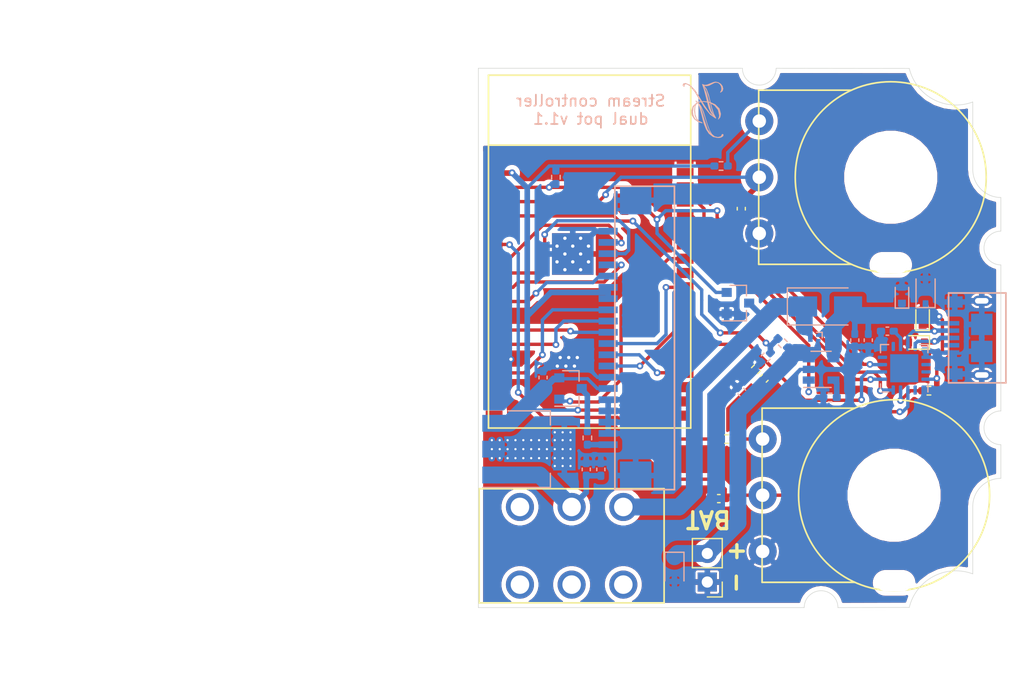
<source format=kicad_pcb>
(kicad_pcb (version 20171130) (host pcbnew "(5.1.9-0-10_14)")
  (layers (0 F.Cu signal) (31 B.Cu signal) (34 B.Paste user) (35 F.Paste user) (36 B.SilkS user) (37 F.SilkS user) (38 B.Mask user) (39 F.Mask user) (44 Edge.Cuts user))
  (net 0 "")
  (net 1 VDD)
  (net 2 GND)
  (net 3 "Net-(C2-Pad2)")
  (net 4 3V3)
  (net 5 "Net-(C4-Pad1)")
  (net 6 USB_D-)
  (net 7 USB_D+)
  (net 8 "Net-(J_TFT1-Pad20)")
  (net 9 TFT_CS)
  (net 10 TFT_DC)
  (net 11 TFT_SCL)
  (net 12 TFT_MISO)
  (net 13 TFT_MOSI)
  (net 14 TFT_XR)
  (net 15 TFT_YU)
  (net 16 TFT_XL)
  (net 17 TFT_YD)
  (net 18 "Net-(R1-Pad1)")
  (net 19 "Net-(R2-Pad1)")
  (net 20 EN)
  (net 21 VBAT_MON)
  (net 22 TXD0)
  (net 23 RXD0)
  (net 24 BAT_CHRG)
  (net 25 "Net-(D2-Pad1)")
  (net 26 POT2)
  (net 27 POT1)
  (net 28 /VBAT)
  (net 29 FLASH)
  (net 30 "Net-(SW1-Pad1)")
  (net 31 "Net-(R6-Pad2)")
  (net 32 "Net-(R7-Pad2)")
  (net 33 LED_PWM)
  (net 34 "Net-(Q2-Pad3)")
  (net 35 TFT_RESET)
  (module Connector_PinHeader_2.54mm:PinHeader_1x02_P2.54mm_Vertical (layer F.Cu) (at 62.875 51.725 180)
    (fp_text reference J_BAT1 hide)
    (fp_text value Conn_01x02_Female)
    (pad 2 thru_hole oval (at 0 2.54 180) (size 1.7 1.7) (drill 1) (layers *.Cu *.Mask) (net 28 /VBAT))
    (pad 1 thru_hole rect (at 0 0 180) (size 1.7 1.7) (drill 1) (layers *.Cu *.Mask) (net 2 GND))
  )
  (module Diode_SMD:D_SOD-323F (layer B.Cu) (at 59.95 50.575 270)
    (fp_text reference D6 hide)
    (fp_text value 5.42V)
    (pad 2 smd rect (at 1.1 0 270) (size 0.5 0.5) (layers B.Cu B.Paste B.Mask) (net 2 GND))
    (pad 1 smd rect (at -1.1 0 270) (size 0.5 0.5) (layers B.Cu B.Paste B.Mask) (net 28 /VBAT))
  )
  (module Package_TO_SOT_SMD:SOT-23 (layer B.Cu) (at 50.7 34.5)
    (fp_text reference Q2 hide)
    (fp_text value Q_PMOS_GDS)
    (pad 3 smd rect (at 1 0) (size 0.9 0.8) (layers B.Cu B.Paste B.Mask) (net 34 "Net-(Q2-Pad3)"))
    (pad 2 smd rect (at -1 -0.95) (size 0.9 0.8) (layers B.Cu B.Paste B.Mask) (net 4 3V3))
    (pad 1 smd rect (at -1 0.95) (size 0.9 0.8) (layers B.Cu B.Paste B.Mask) (net 33 LED_PWM))
  )
  (module Resistor_SMD:R_0402_1005Metric_Pad0.72x0.64mm_HandSolder (layer F.Cu) (at 67.2 32.8 45)
    (fp_text reference R8 hide)
    (fp_text value "10k 5%")
    (pad 2 smd roundrect (at 0.5975 0 45) (size 0.715 0.64) (layers F.Cu F.Paste F.Mask) (net 29 FLASH))
    (pad 1 smd roundrect (at -0.5975 0 45) (size 0.715 0.64) (layers F.Cu F.Paste F.Mask) (net 4 3V3))
  )
  (module Capacitor_SMD:C_0402_1005Metric_Pad0.74x0.62mm_HandSolder (layer F.Cu) (at 67.95 33.6 225)
    (fp_text reference C10 hide)
    (fp_text value "100nF 25V")
    (pad 2 smd roundrect (at 0.5675 0 225) (size 0.735 0.62) (layers F.Cu F.Paste F.Mask) (net 2 GND))
    (pad 1 smd roundrect (at -0.5675 0 225) (size 0.735 0.62) (layers F.Cu F.Paste F.Mask) (net 29 FLASH))
  )
  (module misc_vp:logo_5mm (layer B.Cu) (at 62.5 9.7 180)
    (fp_text reference G*** hide)
    (fp_text value LOGO hide)
  )
  (module Diode_SMD:D_SOD-523 (layer B.Cu) (at 80.2 26.2 90)
    (fp_text reference D5 hide)
    (fp_text value D_TVS)
    (pad 1 smd rect (at -0.7 0 270) (size 0.6 0.7) (layers B.Cu B.Paste B.Mask) (net 1 VDD))
    (pad 2 smd rect (at 0.7 0 270) (size 0.6 0.7) (layers B.Cu B.Paste B.Mask) (net 2 GND))
  )
  (module Diode_SMD:D_SOD-523 (layer F.Cu) (at 81.5 30.4 180)
    (fp_text reference D4 hide)
    (fp_text value D_TVS)
    (pad 1 smd rect (at -0.7 0) (size 0.6 0.7) (layers F.Cu F.Paste F.Mask) (net 7 USB_D+))
    (pad 2 smd rect (at 0.7 0) (size 0.6 0.7) (layers F.Cu F.Paste F.Mask) (net 2 GND))
  )
  (module Diode_SMD:D_SOD-523 (layer F.Cu) (at 82.038 28.19 90)
    (fp_text reference D3 hide)
    (fp_text value D_TVS)
    (pad 1 smd rect (at -0.7 0 270) (size 0.6 0.7) (layers F.Cu F.Paste F.Mask) (net 6 USB_D-))
    (pad 2 smd rect (at 0.7 0 270) (size 0.6 0.7) (layers F.Cu F.Paste F.Mask) (net 2 GND))
  )
  (module Package_DFN_QFN:QFN-16-1EP_4x4mm_P0.65mm_EP2.5x2.5mm (layer B.Cu) (at 80.4 32.7 90)
    (fp_text reference U2 hide)
    (fp_text value MCP2221AxSL)
    (pad 17 smd rect (at 0 0 90) (size 2.5 2.5) (layers B.Cu B.Mask))
    (pad 16 smd roundrect (at -0.975 1.9375 90) (size 0.3 0.825) (layers B.Cu B.Paste B.Mask) (net 1 VDD))
    (pad 15 smd roundrect (at -0.325 1.9375 90) (size 0.3 0.825) (layers B.Cu B.Paste B.Mask))
    (pad 14 smd roundrect (at 0.325 1.9375 90) (size 0.3 0.825) (layers B.Cu B.Paste B.Mask))
    (pad 13 smd roundrect (at 0.975 1.9375 90) (size 0.3 0.825) (layers B.Cu B.Paste B.Mask) (net 2 GND))
    (pad 12 smd roundrect (at 1.9375 0.975 90) (size 0.825 0.3) (layers B.Cu B.Paste B.Mask) (net 7 USB_D+))
    (pad 11 smd roundrect (at 1.9375 0.325 90) (size 0.825 0.3) (layers B.Cu B.Paste B.Mask) (net 6 USB_D-))
    (pad 10 smd roundrect (at 1.9375 -0.325 90) (size 0.825 0.3) (layers B.Cu B.Paste B.Mask) (net 3 "Net-(C2-Pad2)"))
    (pad 9 smd roundrect (at 1.9375 -0.975 90) (size 0.825 0.3) (layers B.Cu B.Paste B.Mask))
    (pad 8 smd roundrect (at 0.975 -1.9375 90) (size 0.3 0.825) (layers B.Cu B.Paste B.Mask))
    (pad 7 smd roundrect (at 0.325 -1.9375 90) (size 0.3 0.825) (layers B.Cu B.Paste B.Mask) (net 20 EN))
    (pad 6 smd roundrect (at -0.325 -1.9375 90) (size 0.3 0.825) (layers B.Cu B.Paste B.Mask) (net 29 FLASH))
    (pad 5 smd roundrect (at -0.975 -1.9375 90) (size 0.3 0.825) (layers B.Cu B.Paste B.Mask) (net 23 RXD0))
    (pad 4 smd roundrect (at -1.9375 -0.975 90) (size 0.825 0.3) (layers B.Cu B.Paste B.Mask) (net 22 TXD0))
    (pad 3 smd roundrect (at -1.9375 -0.325 90) (size 0.825 0.3) (layers B.Cu B.Paste B.Mask) (net 18 "Net-(R1-Pad1)"))
    (pad 2 smd roundrect (at -1.9375 0.325 90) (size 0.825 0.3) (layers B.Cu B.Paste B.Mask) (net 26 POT2))
    (pad 1 smd roundrect (at -1.9375 0.975 90) (size 0.825 0.3) (layers B.Cu B.Paste B.Mask))
  )
  (module Resistor_SMD:R_0402_1005Metric_Pad0.72x0.64mm_HandSolder (layer F.Cu) (at 64.6 39)
    (fp_text reference R7 hide)
    (fp_text value "2k 1%")
    (pad 2 smd roundrect (at 0.5975 0) (size 0.715 0.64) (layers F.Cu F.Paste F.Mask) (net 32 "Net-(R7-Pad2)"))
    (pad 1 smd roundrect (at -0.5975 0) (size 0.715 0.64) (layers F.Cu F.Paste F.Mask) (net 4 3V3))
  )
  (module Resistor_SMD:R_0402_1005Metric_Pad0.72x0.64mm_HandSolder (layer B.Cu) (at 64.1 14.7)
    (fp_text reference R6 hide)
    (fp_text value "2k 1%")
    (pad 2 smd roundrect (at 0.5975 0) (size 0.715 0.64) (layers B.Cu B.Paste B.Mask) (net 31 "Net-(R6-Pad2)"))
    (pad 1 smd roundrect (at -0.5975 0) (size 0.715 0.64) (layers B.Cu B.Paste B.Mask) (net 4 3V3))
  )
  (module misc_vp:P160KNPD-4FC20B (layer F.Cu) (at 79.2 15.7 270)
    (fp_text reference RV2 hide)
    (fp_text value R_POT)
    (pad 3 thru_hole circle (at 5 11.7 270) (size 2.5 2.5) (drill 1.2) (layers *.Cu *.Mask) (net 2 GND))
    (pad 2 thru_hole circle (at 0 11.7 270) (size 2.5 2.5) (drill 1.2) (layers *.Cu *.Mask) (net 27 POT1))
    (pad "" np_thru_hole oval (at 7.8 0 270) (size 1.5 3) (drill oval 1.5 3) (layers *.Cu *.Mask))
    (pad "" np_thru_hole circle (at 0 0 270) (size 7.5 7.5) (drill 7.5) (layers *.Cu *.Mask))
    (pad 1 thru_hole circle (at -5 11.7 270) (size 2.5 2.5) (drill 1.2) (layers *.Cu *.Mask) (net 31 "Net-(R6-Pad2)"))
  )
  (module misc_vp:P160KNPD-4FC20B (layer F.Cu) (at 79.5 44 270)
    (fp_text reference RV1 hide)
    (fp_text value R_POT)
    (pad 3 thru_hole circle (at 5 11.7 270) (size 2.5 2.5) (drill 1.2) (layers *.Cu *.Mask) (net 2 GND))
    (pad 2 thru_hole circle (at 0 11.7 270) (size 2.5 2.5) (drill 1.2) (layers *.Cu *.Mask) (net 26 POT2))
    (pad "" np_thru_hole oval (at 7.8 0 270) (size 1.5 3) (drill oval 1.5 3) (layers *.Cu *.Mask))
    (pad "" np_thru_hole circle (at 0 0 270) (size 7.5 7.5) (drill 7.5) (layers *.Cu *.Mask))
    (pad 1 thru_hole circle (at -5 11.7 270) (size 2.5 2.5) (drill 1.2) (layers *.Cu *.Mask) (net 32 "Net-(R7-Pad2)"))
  )
  (module misc_vp:GF-126-0331 (layer F.Cu) (at 50.8 48.5)
    (fp_text reference SW1 hide)
    (fp_text value SW_SPDT)
    (pad 2 thru_hole circle (at 0 3.455) (size 2.5 2.5) (drill 1.65) (layers *.Cu *.Mask) (net 5 "Net-(C4-Pad1)"))
    (pad 1 thru_hole circle (at -4.6 3.455) (size 2.5 2.5) (drill 1.65) (layers *.Cu *.Mask) (net 30 "Net-(SW1-Pad1)"))
    (pad 3 thru_hole circle (at 4.6 3.455) (size 2.5 2.5) (drill 1.65) (layers *.Cu *.Mask) (net 25 "Net-(D2-Pad1)"))
    (pad 3 thru_hole circle (at 4.6 -3.455) (size 2.5 2.5) (drill 1.65) (layers *.Cu *.Mask) (net 25 "Net-(D2-Pad1)"))
    (pad 2 thru_hole circle (at 0 -3.455) (size 2.5 2.5) (drill 1.65) (layers *.Cu *.Mask) (net 5 "Net-(C4-Pad1)"))
    (pad 1 thru_hole circle (at -4.6 -3.455) (size 2.5 2.5) (drill 1.65) (layers *.Cu *.Mask) (net 30 "Net-(SW1-Pad1)"))
  )
  (module Resistor_SMD:R_0402_1005Metric_Pad0.72x0.64mm_HandSolder (layer B.Cu) (at 52.2 38.9 270)
    (fp_text reference R_TFT1 hide)
    (fp_text value "2R 5%")
    (pad 1 smd roundrect (at -0.5975 0 270) (size 0.715 0.64) (layers B.Cu B.Paste B.Mask) (net 34 "Net-(Q2-Pad3)"))
    (pad 2 smd roundrect (at 0.5975 0 270) (size 0.715 0.64) (layers B.Cu B.Paste B.Mask) (net 8 "Net-(J_TFT1-Pad20)"))
  )
  (module misc_vp:ESP32-WROVER-E (layer F.Cu) (at 52.4 25.49)
    (fp_text reference U5 hide)
    (fp_text value ESP32_WROVER_E)
    (pad 39 smd rect (at -1.5 -2.96) (size 3.7 3.7) (layers F.Cu) (net 2 GND))
    (pad 39 thru_hole circle (at -0.8 -1.56) (size 0.4 0.4) (drill 0.3) (layers *.Cu) (net 2 GND))
    (pad 39 thru_hole circle (at -0.8 -2.96) (size 0.4 0.4) (drill 0.3) (layers *.Cu) (net 2 GND))
    (pad 39 thru_hole circle (at -2.2 -1.56) (size 0.4 0.4) (drill 0.3) (layers *.Cu) (net 2 GND))
    (pad 39 thru_hole circle (at -2.2 -2.96) (size 0.4 0.4) (drill 0.3) (layers *.Cu) (net 2 GND))
    (pad 39 thru_hole circle (at -0.8 -4.36) (size 0.4 0.4) (drill 0.3) (layers *.Cu) (net 2 GND))
    (pad 39 thru_hole circle (at -2.2 -4.36) (size 0.4 0.4) (drill 0.3) (layers *.Cu) (net 2 GND))
    (pad 39 thru_hole circle (at -0.1 -3.66) (size 0.4 0.4) (drill 0.3) (layers *.Cu) (net 2 GND))
    (pad 39 thru_hole circle (at -1.5 -3.66) (size 0.4 0.4) (drill 0.3) (layers *.Cu) (net 2 GND))
    (pad 39 thru_hole circle (at -2.9 -3.66) (size 0.4 0.4) (drill 0.3) (layers *.Cu) (net 2 GND))
    (pad 39 thru_hole circle (at -0.1 -2.26) (size 0.4 0.4) (drill 0.3) (layers *.Cu) (net 2 GND))
    (pad 39 thru_hole circle (at -1.5 -2.26) (size 0.4 0.4) (drill 0.3) (layers *.Cu) (net 2 GND))
    (pad 39 thru_hole circle (at -2.9 -2.26) (size 0.4 0.4) (drill 0.3) (layers *.Cu) (net 2 GND))
    (pad 1 smd rect (at -8.5 -11.43) (size 1.5 0.9) (layers F.Cu F.Paste F.Mask) (net 2 GND))
    (pad 39 smd rect (at -1.5 -2.96) (size 3.7 3.7) (layers B.Cu) (net 2 GND))
    (pad 2 smd rect (at -8.5 -10.16) (size 1.5 0.9) (layers F.Cu F.Paste F.Mask) (net 4 3V3))
    (pad 3 smd rect (at -8.5 -8.89) (size 1.5 0.9) (layers F.Cu F.Paste F.Mask) (net 20 EN))
    (pad 4 smd rect (at -8.5 -7.62) (size 1.5 0.9) (layers F.Cu F.Paste F.Mask) (net 27 POT1))
    (pad 5 smd rect (at -8.5 -6.35) (size 1.5 0.9) (layers F.Cu F.Paste F.Mask) (net 21 VBAT_MON))
    (pad 6 smd rect (at -8.5 -5.08) (size 1.5 0.9) (layers F.Cu F.Paste F.Mask))
    (pad 7 smd rect (at -8.5 -3.81) (size 1.5 0.9) (layers F.Cu F.Paste F.Mask) (net 26 POT2))
    (pad 8 smd rect (at -8.5 -2.54) (size 1.5 0.9) (layers F.Cu F.Paste F.Mask) (net 17 TFT_YD))
    (pad 9 smd rect (at -8.5 -1.27) (size 1.5 0.9) (layers F.Cu F.Paste F.Mask) (net 16 TFT_XL))
    (pad 10 smd rect (at -8.5 0) (size 1.5 0.9) (layers F.Cu F.Paste F.Mask) (net 15 TFT_YU))
    (pad 11 smd rect (at -8.5 1.27) (size 1.5 0.9) (layers F.Cu F.Paste F.Mask) (net 14 TFT_XR))
    (pad 12 smd rect (at -8.5 2.54) (size 1.5 0.9) (layers F.Cu F.Paste F.Mask))
    (pad 13 smd rect (at -8.5 3.81) (size 1.5 0.9) (layers F.Cu F.Paste F.Mask) (net 11 TFT_SCL))
    (pad 14 smd rect (at -8.5 5.08) (size 1.5 0.9) (layers F.Cu F.Paste F.Mask) (net 12 TFT_MISO))
    (pad 15 smd rect (at -8.5 6.35) (size 1.5 0.9) (layers F.Cu F.Paste F.Mask) (net 2 GND))
    (pad 16 smd rect (at -8.5 7.62) (size 1.5 0.9) (layers F.Cu F.Paste F.Mask) (net 13 TFT_MOSI))
    (pad 17 smd rect (at -8.5 8.89) (size 1.5 0.9) (layers F.Cu F.Paste F.Mask))
    (pad 18 smd rect (at -8.5 10.16) (size 1.5 0.9) (layers F.Cu F.Paste F.Mask))
    (pad 19 smd rect (at -8.5 11.43) (size 1.5 0.9) (layers F.Cu F.Paste F.Mask))
    (pad 20 smd rect (at 8.5 11.43) (size 1.5 0.9) (layers F.Cu F.Paste F.Mask))
    (pad 21 smd rect (at 8.5 10.16) (size 1.5 0.9) (layers F.Cu F.Paste F.Mask))
    (pad 22 smd rect (at 8.5 8.89) (size 1.5 0.9) (layers F.Cu F.Paste F.Mask))
    (pad 23 smd rect (at 8.5 7.62) (size 1.5 0.9) (layers F.Cu F.Paste F.Mask) (net 9 TFT_CS))
    (pad 24 smd rect (at 8.5 6.35) (size 1.5 0.9) (layers F.Cu F.Paste F.Mask))
    (pad 25 smd rect (at 8.5 5.08) (size 1.5 0.9) (layers F.Cu F.Paste F.Mask) (net 29 FLASH))
    (pad 26 smd rect (at 8.5 3.81) (size 1.5 0.9) (layers F.Cu F.Paste F.Mask) (net 35 TFT_RESET))
    (pad 27 smd rect (at 8.5 2.54) (size 1.5 0.9) (layers F.Cu F.Paste F.Mask))
    (pad 28 smd rect (at 8.5 1.27) (size 1.5 0.9) (layers F.Cu F.Paste F.Mask))
    (pad 29 smd rect (at 8.5 0) (size 1.5 0.9) (layers F.Cu F.Paste F.Mask) (net 10 TFT_DC))
    (pad 30 smd rect (at 8.5 -1.27) (size 1.5 0.9) (layers F.Cu F.Paste F.Mask))
    (pad 31 smd rect (at 8.5 -2.54) (size 1.5 0.9) (layers F.Cu F.Paste F.Mask) (net 33 LED_PWM))
    (pad 32 smd rect (at 8.5 -3.81) (size 1.5 0.9) (layers F.Cu F.Paste F.Mask))
    (pad 33 smd rect (at 8.5 -5.08) (size 1.5 0.9) (layers F.Cu F.Paste F.Mask) (net 24 BAT_CHRG))
    (pad 34 smd rect (at 8.5 -6.35) (size 1.5 0.9) (layers F.Cu F.Paste F.Mask) (net 23 RXD0))
    (pad 35 smd rect (at 8.5 -7.62) (size 1.5 0.9) (layers F.Cu F.Paste F.Mask) (net 22 TXD0))
    (pad 36 smd rect (at 8.5 -8.89) (size 1.5 0.9) (layers F.Cu F.Paste F.Mask))
    (pad 37 smd rect (at 8.5 -10.16) (size 1.5 0.9) (layers F.Cu F.Paste F.Mask))
    (pad 38 smd rect (at 8.5 -11.43) (size 1.5 0.9) (layers F.Cu F.Paste F.Mask) (net 2 GND))
  )
  (module Resistor_SMD:R_0402_1005Metric_Pad0.72x0.64mm_HandSolder (layer B.Cu) (at 69.592 30.476 315)
    (fp_text reference R5 hide)
    (fp_text value "10k 1%")
    (pad 2 smd roundrect (at 0.5975 0 315) (size 0.715 0.64) (layers B.Cu B.Paste B.Mask) (net 28 /VBAT))
    (pad 1 smd roundrect (at -0.5975 0 315) (size 0.715 0.64) (layers B.Cu B.Paste B.Mask) (net 21 VBAT_MON))
  )
  (module Resistor_SMD:R_0402_1005Metric_Pad0.72x0.64mm_HandSolder (layer B.Cu) (at 49.4 15.7 270)
    (fp_text reference R3 hide)
    (fp_text value "100k 5%")
    (pad 2 smd roundrect (at 0.5975 0 270) (size 0.715 0.64) (layers B.Cu B.Paste B.Mask) (net 20 EN))
    (pad 1 smd roundrect (at -0.5975 0 270) (size 0.715 0.64) (layers B.Cu B.Paste B.Mask) (net 4 3V3))
  )
  (module Capacitor_SMD:C_0402_1005Metric_Pad0.74x0.62mm_HandSolder (layer F.Cu) (at 65.9 18.5 270)
    (fp_text reference C9 hide)
    (fp_text value "4.7uF 10V")
    (pad 2 smd roundrect (at 0.5675 0 270) (size 0.735 0.62) (layers F.Cu F.Paste F.Mask) (net 2 GND))
    (pad 1 smd roundrect (at -0.5675 0 270) (size 0.735 0.62) (layers F.Cu F.Paste F.Mask) (net 27 POT1))
  )
  (module Capacitor_SMD:C_0402_1005Metric_Pad0.74x0.62mm_HandSolder (layer F.Cu) (at 63.9 44.3 180)
    (fp_text reference C8 hide)
    (fp_text value "4.7uF 10V")
    (pad 2 smd roundrect (at 0.5675 0 180) (size 0.735 0.62) (layers F.Cu F.Paste F.Mask) (net 2 GND))
    (pad 1 smd roundrect (at -0.5675 0 180) (size 0.735 0.62) (layers F.Cu F.Paste F.Mask) (net 26 POT2))
  )
  (module misc_vp:10118193-0001LF (layer B.Cu) (at 87.3 30 270)
    (fp_text reference J_USB1 hide)
    (fp_text value USB_B_Micro)
    (pad 6 smd rect (at -1.2 0 270) (size 1.9 1.9) (layers B.Cu B.Paste B.Mask) (net 2 GND))
    (pad 6 thru_hole oval (at 3.3 0 270) (size 0.9 1.6) (drill oval 0.5 1.2) (layers *.Cu *.Mask) (net 2 GND))
    (pad 6 thru_hole oval (at -3.3 0 270) (size 0.9 1.6) (drill oval 0.5 1.2) (layers *.Cu *.Mask) (net 2 GND))
    (pad 5 smd rect (at 1.3 2.675 270) (size 0.4 1.35) (layers B.Cu B.Paste B.Mask) (net 2 GND))
    (pad 4 smd rect (at 0.65 2.675 270) (size 0.4 1.35) (layers B.Cu B.Paste B.Mask))
    (pad 3 smd rect (at 0 2.675 270) (size 0.4 1.35) (layers B.Cu B.Paste B.Mask) (net 7 USB_D+))
    (pad 2 smd rect (at -0.65 2.675 270) (size 0.4 1.35) (layers B.Cu B.Paste B.Mask) (net 6 USB_D-))
    (pad 1 smd rect (at -1.3 2.675 270) (size 0.4 1.35) (layers B.Cu B.Paste B.Mask) (net 1 VDD))
    (pad 6 smd rect (at 3.2 2.4 270) (size 1 1.4) (layers B.Cu B.Paste B.Mask) (net 2 GND))
    (pad 6 smd rect (at -3.2 2.4 270) (size 1 1.4) (layers B.Cu B.Paste B.Mask) (net 2 GND))
    (pad 6 smd rect (at 1.2 0 270) (size 1.9 1.9) (layers B.Cu B.Paste B.Mask) (net 2 GND))
  )
  (module Resistor_SMD:R_0402_1005Metric_Pad0.72x0.64mm_HandSolder (layer B.Cu) (at 68.068 31.746 45)
    (fp_text reference R4 hide)
    (fp_text value "10k 1%")
    (pad 2 smd roundrect (at 0.5975 0 45) (size 0.715 0.64) (layers B.Cu B.Paste B.Mask) (net 21 VBAT_MON))
    (pad 1 smd roundrect (at -0.5975 0 45) (size 0.715 0.64) (layers B.Cu B.Paste B.Mask) (net 2 GND))
  )
  (module Resistor_SMD:R_0402_1005Metric_Pad0.72x0.64mm_HandSolder (layer B.Cu) (at 73.8 35.3 180)
    (fp_text reference R2 hide)
    (fp_text value "2k 1%")
    (pad 2 smd roundrect (at 0.5975 0 180) (size 0.715 0.64) (layers B.Cu B.Paste B.Mask) (net 2 GND))
    (pad 1 smd roundrect (at -0.5975 0 180) (size 0.715 0.64) (layers B.Cu B.Paste B.Mask) (net 19 "Net-(R2-Pad1)"))
  )
  (module Resistor_SMD:R_0402_1005Metric_Pad0.72x0.64mm_HandSolder (layer F.Cu) (at 82.6 34.7)
    (fp_text reference R1 hide)
    (fp_text value "10k 5%")
    (pad 2 smd roundrect (at 0.5975 0) (size 0.715 0.64) (layers F.Cu F.Paste F.Mask) (net 1 VDD))
    (pad 1 smd roundrect (at -0.5975 0) (size 0.715 0.64) (layers F.Cu F.Paste F.Mask) (net 18 "Net-(R1-Pad1)"))
  )
  (module Capacitor_SMD:C_0402_1005Metric_Pad0.74x0.62mm_HandSolder (layer B.Cu) (at 65.95 34.825 135)
    (fp_text reference C7 hide)
    (fp_text value "4.7uF 10V")
    (pad 2 smd roundrect (at 0.5675 0 135) (size 0.735 0.62) (layers B.Cu B.Paste B.Mask) (net 2 GND))
    (pad 1 smd roundrect (at -0.5675 0 135) (size 0.735 0.62) (layers B.Cu B.Paste B.Mask) (net 28 /VBAT))
  )
  (module Capacitor_SMD:C_0402_1005Metric_Pad0.74x0.62mm_HandSolder (layer B.Cu) (at 76 30.2 270)
    (fp_text reference C6 hide)
    (fp_text value "4.7uF 10V")
    (pad 2 smd roundrect (at 0.5675 0 270) (size 0.735 0.62) (layers B.Cu B.Paste B.Mask) (net 2 GND))
    (pad 1 smd roundrect (at -0.5675 0 270) (size 0.735 0.62) (layers B.Cu B.Paste B.Mask) (net 1 VDD))
  )
  (module Capacitor_SMD:C_0402_1005Metric_Pad0.74x0.62mm_HandSolder (layer B.Cu) (at 53.4 41.7 90)
    (fp_text reference C5 hide)
    (fp_text value "4.7uF 10V")
    (pad 2 smd roundrect (at 0.5675 0 90) (size 0.735 0.62) (layers B.Cu B.Paste B.Mask) (net 2 GND))
    (pad 1 smd roundrect (at -0.5675 0 90) (size 0.735 0.62) (layers B.Cu B.Paste B.Mask) (net 5 "Net-(C4-Pad1)"))
  )
  (module Capacitor_SMD:C_0402_1005Metric_Pad0.74x0.62mm_HandSolder (layer B.Cu) (at 52.1 41.7 90)
    (fp_text reference C4 hide)
    (fp_text value "100nF 25V")
    (pad 2 smd roundrect (at 0.5675 0 90) (size 0.735 0.62) (layers B.Cu B.Paste B.Mask) (net 2 GND))
    (pad 1 smd roundrect (at -0.5675 0 90) (size 0.735 0.62) (layers B.Cu B.Paste B.Mask) (net 5 "Net-(C4-Pad1)"))
  )
  (module Capacitor_SMD:C_0402_1005Metric_Pad0.74x0.62mm_HandSolder (layer B.Cu) (at 48.256 33.524 90)
    (fp_text reference C3 hide)
    (fp_text value "4.7uF 10V")
    (pad 1 smd roundrect (at -0.5675 0 90) (size 0.735 0.62) (layers B.Cu B.Paste B.Mask) (net 4 3V3))
    (pad 2 smd roundrect (at 0.5675 0 90) (size 0.735 0.62) (layers B.Cu B.Paste B.Mask) (net 2 GND))
  )
  (module Capacitor_SMD:C_0402_1005Metric_Pad0.74x0.62mm_HandSolder (layer B.Cu) (at 78.9 29.4)
    (fp_text reference C2 hide)
    (fp_text value "0.47uF 10V")
    (pad 1 smd roundrect (at -0.5675 0) (size 0.735 0.62) (layers B.Cu B.Paste B.Mask) (net 2 GND))
    (pad 2 smd roundrect (at 0.5675 0) (size 0.735 0.62) (layers B.Cu B.Paste B.Mask) (net 3 "Net-(C2-Pad2)"))
  )
  (module Capacitor_SMD:C_0402_1005Metric_Pad0.74x0.62mm_HandSolder (layer B.Cu) (at 77.2 30.2 90)
    (fp_text reference C1 hide)
    (fp_text value "100nF 25V")
    (pad 2 smd roundrect (at 0.5675 0 90) (size 0.735 0.62) (layers B.Cu B.Paste B.Mask) (net 1 VDD))
    (pad 1 smd roundrect (at -0.5675 0 90) (size 0.735 0.62) (layers B.Cu B.Paste B.Mask) (net 2 GND))
  )
  (module Package_TO_SOT_SMD:SOT-223 (layer B.Cu) (at 47 39.9)
    (fp_text reference U1 hide)
    (fp_text value MCP1825S)
    (pad 4 smd rect (at 3.15 0) (size 2 3.8) (layers B.Cu B.Paste B.Mask) (net 2 GND))
    (pad 2 smd rect (at -3.15 0) (size 2 1.5) (layers B.Cu B.Paste B.Mask) (net 2 GND))
    (pad 3 smd rect (at -3.15 -2.3) (size 2 1.5) (layers B.Cu B.Paste B.Mask) (net 4 3V3))
    (pad 1 smd rect (at -3.15 2.3) (size 2 1.5) (layers B.Cu B.Paste B.Mask) (net 5 "Net-(C4-Pad1)"))
  )
  (module Package_TO_SOT_SMD:SOT-23 (layer B.Cu) (at 65.6 26.9)
    (fp_text reference U6 hide)
    (fp_text value MIC803)
    (pad 1 smd rect (at -1 0.95) (size 0.9 0.8) (layers B.Cu B.Paste B.Mask) (net 2 GND))
    (pad 2 smd rect (at -1 -0.95) (size 0.9 0.8) (layers B.Cu B.Paste B.Mask) (net 20 EN))
    (pad 3 smd rect (at 1 0) (size 0.9 0.8) (layers B.Cu B.Paste B.Mask) (net 25 "Net-(D2-Pad1)"))
  )
  (module Package_TO_SOT_SMD:SOT-23-5 (layer B.Cu) (at 73 32.8)
    (fp_text reference U3 hide)
    (fp_text value MCP73831-2-OT)
    (pad 5 smd rect (at 1.1 0.95) (size 1.06 0.65) (layers B.Cu B.Paste B.Mask) (net 19 "Net-(R2-Pad1)"))
    (pad 4 smd rect (at 1.1 -0.95) (size 1.06 0.65) (layers B.Cu B.Paste B.Mask) (net 1 VDD))
    (pad 3 smd rect (at -1.1 -0.95) (size 1.06 0.65) (layers B.Cu B.Paste B.Mask) (net 28 /VBAT))
    (pad 2 smd rect (at -1.1 0) (size 1.06 0.65) (layers B.Cu B.Paste B.Mask) (net 2 GND))
    (pad 1 smd rect (at -1.1 0.95) (size 1.06 0.65) (layers B.Cu B.Paste B.Mask) (net 24 BAT_CHRG))
  )
  (module Package_DFN_QFN:Diodes_DFN1006-3 (layer B.Cu) (at 72.4 30 180)
    (fp_text reference Q1 hide)
    (fp_text value Q_PMOS_GDS)
    (pad 1 smd rect (at -0.35 0.225 270) (size 0.25 0.4) (layers B.Cu B.Paste B.Mask) (net 1 VDD))
    (pad 2 smd rect (at -0.35 -0.225 270) (size 0.25 0.4) (layers B.Cu B.Paste B.Mask) (net 28 /VBAT))
    (pad 3 smd rect (at 0.35 0 270) (size 0.7 0.4) (layers B.Cu B.Paste B.Mask) (net 25 "Net-(D2-Pad1)"))
  )
  (module misc_vp:FFC3B11-20-T (layer B.Cu) (at 55 30 270)
    (fp_text reference J_TFT1 hide)
    (fp_text value Conn_01x20_Female)
    (pad 1 smd rect (at -9.5 0.95 270) (size 0.6 1.7) (layers B.Cu B.Paste B.Mask) (net 2 GND))
    (pad 2 smd rect (at -8.5 0.95 270) (size 0.6 1.7) (layers B.Cu B.Paste B.Mask) (net 17 TFT_YD))
    (pad 3 smd rect (at -7.5 0.95 270) (size 0.6 1.7) (layers B.Cu B.Paste B.Mask) (net 16 TFT_XL))
    (pad 4 smd rect (at -6.5 0.95 270) (size 0.6 1.7) (layers B.Cu B.Paste B.Mask) (net 15 TFT_YU))
    (pad 5 smd rect (at -5.5 0.95 270) (size 0.6 1.7) (layers B.Cu B.Paste B.Mask) (net 14 TFT_XR))
    (pad 6 smd rect (at -4.5 0.95 270) (size 0.6 1.7) (layers B.Cu B.Paste B.Mask) (net 4 3V3))
    (pad 7 smd rect (at -3.5 0.95 270) (size 0.6 1.7) (layers B.Cu B.Paste B.Mask) (net 4 3V3))
    (pad 8 smd rect (at -2.5 0.95 270) (size 0.6 1.7) (layers B.Cu B.Paste B.Mask) (net 13 TFT_MOSI))
    (pad 9 smd rect (at -1.5 0.95 270) (size 0.6 1.7) (layers B.Cu B.Paste B.Mask) (net 12 TFT_MISO))
    (pad 10 smd rect (at -0.5 0.95 270) (size 0.6 1.7) (layers B.Cu B.Paste B.Mask) (net 11 TFT_SCL))
    (pad 11 smd rect (at 0.5 0.95 270) (size 0.6 1.7) (layers B.Cu B.Paste B.Mask) (net 10 TFT_DC))
    (pad 12 smd rect (at 1.5 0.95 270) (size 0.6 1.7) (layers B.Cu B.Paste B.Mask) (net 9 TFT_CS))
    (pad 13 smd rect (at 2.5 0.95 270) (size 0.6 1.7) (layers B.Cu B.Paste B.Mask) (net 35 TFT_RESET))
    (pad 14 smd rect (at 3.5 0.95 270) (size 0.6 1.7) (layers B.Cu B.Paste B.Mask) (net 2 GND))
    (pad 15 smd rect (at 4.5 0.95 270) (size 0.6 1.7) (layers B.Cu B.Paste B.Mask) (net 4 3V3))
    (pad 16 smd rect (at 5.5 0.95 270) (size 0.6 1.7) (layers B.Cu B.Paste B.Mask) (net 2 GND))
    (pad 17 smd rect (at 6.5 0.95 270) (size 0.6 1.7) (layers B.Cu B.Paste B.Mask) (net 2 GND))
    (pad 18 smd rect (at 7.5 0.95 270) (size 0.6 1.7) (layers B.Cu B.Paste B.Mask) (net 2 GND))
    (pad 19 smd rect (at 8.5 0.95 270) (size 0.6 1.7) (layers B.Cu B.Paste B.Mask) (net 2 GND))
    (pad 20 smd rect (at 9.5 0.95 270) (size 0.6 1.7) (layers B.Cu B.Paste B.Mask) (net 8 "Net-(J_TFT1-Pad20)"))
    (pad NC smd rect (at -12.25 -1.5 270) (size 2.5 2.8) (layers B.Cu B.Paste B.Mask) (net 2 GND))
    (pad NC smd rect (at 12.25 -1.5 270) (size 2.5 2.8) (layers B.Cu B.Paste B.Mask) (net 2 GND))
  )
  (module Diode_SMD:D_SMA (layer B.Cu) (at 73.4 27.2)
    (fp_text reference D2 hide)
    (fp_text value D_Schottky)
    (pad 2 smd rect (at 2 0) (size 2.5 1.8) (layers B.Cu B.Paste B.Mask) (net 1 VDD))
    (pad 1 smd rect (at -2 0) (size 2.5 1.8) (layers B.Cu B.Paste B.Mask) (net 25 "Net-(D2-Pad1)"))
  )
  (module Diode_SMD:D_SOD-323F (layer B.Cu) (at 82.3 25.8 90)
    (fp_text reference D1 hide)
    (fp_text value 5.42V)
    (pad 2 smd rect (at 1.1 0 90) (size 0.5 0.5) (layers B.Cu B.Paste B.Mask) (net 2 GND))
    (pad 1 smd rect (at -1.1 0 90) (size 0.5 0.5) (layers B.Cu B.Paste B.Mask) (net 1 VDD))
  )
  (gr_text - (at 65.35 51.775 90) (layer F.SilkS) (effects (font (size 1.5 1.5) (thickness 0.3))))
  (gr_text BAT (at 62.975 46.15 180) (layer F.SilkS) (effects (font (size 1.5 1.5) (thickness 0.3))))
  (gr_text + (at 65.4 48.975 90) (layer F.SilkS) (effects (font (size 1.5 1.5) (thickness 0.3))))
  (gr_text "Stream controller\ndual pot v1.1" (at 52.5 9.7) (layer B.SilkS) (effects (font (size 1 1)) (justify mirror)))
  (gr_line (start 80.850532 53.984168) (end 74.5 54) (layer Edge.Cuts) (width 0.05))
  (gr_arc (start 73 54) (end 74.5 54) (angle -180) (layer Edge.Cuts) (width 0.05))
  (gr_arc (start 67.5 6) (end 66 6) (angle -180) (layer Edge.Cuts) (width 0.05))
  (gr_line (start 80.850532 6.015832) (end 69 6) (layer Edge.Cuts) (width 0.05))
  (gr_arc (start 85 55) (end 86.5 51) (angle -96.8) (layer Edge.Cuts) (width 0.05))
  (gr_arc (start 85 5) (end 86.5 9) (angle 96.8) (layer Edge.Cuts) (width 0.05))
  (gr_arc (start 89 38) (end 89 36.5) (angle -180) (layer Edge.Cuts) (width 0.05))
  (gr_arc (start 89 22) (end 89 20.5) (angle -180) (layer Edge.Cuts) (width 0.05))
  (gr_arc (start 89 45) (end 89 42.5) (angle -90) (layer Edge.Cuts) (width 0.05))
  (gr_line (start 89 39.5) (end 89 42.5) (layer Edge.Cuts) (width 0.05))
  (gr_arc (start 89 15) (end 89 17.5) (angle 90) (layer Edge.Cuts) (width 0.05))
  (gr_line (start 89 20.5) (end 89 17.5) (layer Edge.Cuts) (width 0.05))
  (gr_line (start 86.5 45) (end 86.5 51) (layer Edge.Cuts) (width 0.05))
  (gr_line (start 42.5 6) (end 42.5 54) (layer Edge.Cuts) (width 0.05))
  (gr_line (start 89 36.5) (end 89 23.5) (layer Edge.Cuts) (width 0.05))
  (gr_line (start 42.5 6) (end 66 6) (layer Edge.Cuts) (width 0.05))
  (gr_line (start 86.5 9) (end 86.5 15) (layer Edge.Cuts) (width 0.05))
  (gr_line (start 42.5 54) (end 71.5 54) (layer Edge.Cuts) (width 0.05))
  (segment (start 84.625 28.7) (end 84.28 28.7) (width 0.3) (layer B.Cu) (net 1))
  (segment (start 84.625 28.7) (end 83.45 28.7) (width 0.4) (layer B.Cu) (net 1))
  (segment (start 83 28.25) (end 82.75 28.25) (width 0.4) (layer B.Cu) (net 1))
  (segment (start 83 28.25) (end 82.5 28.25) (width 1) (layer B.Cu) (net 1))
  (segment (start 76.2 28) (end 75.4 27.2) (width 1.5) (layer B.Cu) (net 1))
  (segment (start 77.2 29.6325) (end 77.2 28.8) (width 0.5) (layer B.Cu) (net 1))
  (segment (start 76 28.2) (end 76.2 28) (width 0.5) (layer B.Cu) (net 1))
  (segment (start 76 29.6325) (end 76 28.2) (width 0.5) (layer B.Cu) (net 1))
  (segment (start 79 28.2) (end 79.2 28) (width 0.5) (layer B.Cu) (net 1))
  (segment (start 79.2 28) (end 78 28) (width 1.5) (layer B.Cu) (net 1))
  (segment (start 77.2 28.8) (end 77.2 28) (width 0.5) (layer B.Cu) (net 1))
  (segment (start 77.2 28) (end 76.2 28) (width 1.5) (layer B.Cu) (net 1))
  (segment (start 78 28) (end 77.2 28) (width 1.5) (layer B.Cu) (net 1))
  (segment (start 74.1 31.85) (end 74.1 31.7) (width 0.6) (layer B.Cu) (net 1))
  (segment (start 74.1 31.85) (end 74.1 31.5) (width 0.6) (layer B.Cu) (net 1))
  (segment (start 74.1 31.5) (end 74.1 31.3) (width 1) (layer B.Cu) (net 1))
  (segment (start 74.1 31.5) (end 74.1 31.1) (width 1.2) (layer B.Cu) (net 1))
  (segment (start 74.1 31.5) (end 74.1 30.9) (width 1.2) (layer B.Cu) (net 1))
  (segment (start 75.4 27.6) (end 75.4 27.2) (width 1.5) (layer B.Cu) (net 1))
  (segment (start 74.1 28.9) (end 75.4 27.6) (width 1.5) (layer B.Cu) (net 1))
  (segment (start 74.1 30.9) (end 74.1 28.9) (width 1.5) (layer B.Cu) (net 1))
  (segment (start 73.9 28.9) (end 73.250001 29.549999) (width 0.7) (layer B.Cu) (net 1))
  (segment (start 74.1 28.9) (end 73.9 28.9) (width 0.7) (layer B.Cu) (net 1))
  (segment (start 73.250001 29.649999) (end 73.250001 29.549999) (width 0.3) (layer B.Cu) (net 1))
  (segment (start 72.775001 29.749999) (end 73.150001 29.749999) (width 0.3) (layer B.Cu) (net 1))
  (segment (start 72.975001 29.549999) (end 72.775001 29.749999) (width 0.3) (layer B.Cu) (net 1))
  (segment (start 73.150001 29.749999) (end 73.250001 29.649999) (width 0.3) (layer B.Cu) (net 1))
  (segment (start 73.250001 29.549999) (end 72.975001 29.549999) (width 0.3) (layer B.Cu) (net 1))
  (segment (start 83.225 33.675) (end 83.3 33.6) (width 0.3) (layer B.Cu) (net 1))
  (segment (start 82.3375 33.675) (end 83.225 33.675) (width 0.3) (layer B.Cu) (net 1))
  (segment (start 83.275 28.325) (end 83.5 28.1) (width 0.5) (layer B.Cu) (net 1))
  (segment (start 83.275 28.525) (end 83.275 28.325) (width 0.5) (layer B.Cu) (net 1))
  (via (at 83.5 28.1) (size 0.6) (drill 0.3) (layers F.Cu B.Cu) (net 1))
  (segment (start 83.45 28.7) (end 83.275 28.525) (width 0.4) (layer B.Cu) (net 1))
  (segment (start 83.275 28.525) (end 83 28.25) (width 0.4) (layer B.Cu) (net 1))
  (segment (start 83.3 33.6) (end 83.3 31.7) (width 0.3) (layer F.Cu) (net 1))
  (segment (start 83.799999 28.399999) (end 83.5 28.1) (width 0.3) (layer F.Cu) (net 1))
  (segment (start 83.799999 31.200001) (end 83.799999 28.399999) (width 0.3) (layer F.Cu) (net 1))
  (segment (start 83.3 31.7) (end 83.799999 31.200001) (width 0.3) (layer F.Cu) (net 1))
  (segment (start 80.2 27.7) (end 80.5 28) (width 0.5) (layer B.Cu) (net 1))
  (segment (start 80.2 26.9) (end 80.2 27.7) (width 0.5) (layer B.Cu) (net 1))
  (segment (start 80.5 28) (end 79.2 28) (width 1.5) (layer B.Cu) (net 1))
  (segment (start 82.75 28) (end 80.5 28) (width 1.5) (layer B.Cu) (net 1))
  (segment (start 82.3 27.55) (end 82.75 28) (width 0.5) (layer B.Cu) (net 1))
  (segment (start 82.3 26.9) (end 82.3 27.55) (width 0.5) (layer B.Cu) (net 1))
  (via (at 83.3 33.6) (size 0.6) (drill 0.3) (layers F.Cu B.Cu) (net 1))
  (segment (start 83.3 34.5975) (end 83.1975 34.7) (width 0.5) (layer F.Cu) (net 1))
  (segment (start 83.3 33.6) (end 83.3 34.5975) (width 0.5) (layer F.Cu) (net 1))
  (via (at 50.7 41.4) (size 0.6) (drill 0.2) (layers F.Cu B.Cu) (net 2))
  (via (at 50.7 40.7) (size 0.6) (drill 0.2) (layers F.Cu B.Cu) (net 2))
  (via (at 50.7 39.1) (size 0.6) (drill 0.2) (layers F.Cu B.Cu) (net 2))
  (via (at 50.7 38.4) (size 0.6) (drill 0.2) (layers F.Cu B.Cu) (net 2))
  (segment (start 84.9 31.575) (end 84.625 31.3) (width 0.4) (layer B.Cu) (net 2))
  (segment (start 84.9 33.2) (end 84.9 31.575) (width 0.4) (layer B.Cu) (net 2))
  (via (at 45.4 31.9) (size 0.6) (drill 0.3) (layers F.Cu B.Cu) (net 2))
  (segment (start 45.34 31.84) (end 45.4 31.9) (width 0.5) (layer F.Cu) (net 2))
  (segment (start 43.9 31.84) (end 45.34 31.84) (width 0.5) (layer F.Cu) (net 2))
  (segment (start 51.6 22.53) (end 52.3 21.83) (width 0.5) (layer F.Cu) (net 2))
  (segment (start 50.9 22.53) (end 51.6 22.53) (width 0.5) (layer F.Cu) (net 2))
  (segment (start 50.97 22.6) (end 50.9 22.53) (width 0.5) (layer F.Cu) (net 2))
  (segment (start 52.93 20.5) (end 50.9 22.53) (width 0.5) (layer B.Cu) (net 2))
  (segment (start 54.05 20.5) (end 52.93 20.5) (width 0.5) (layer B.Cu) (net 2))
  (via (at 50 39.1) (size 0.6) (drill 0.2) (layers F.Cu B.Cu) (net 2))
  (via (at 49.3 39.1) (size 0.6) (drill 0.2) (layers F.Cu B.Cu) (net 2))
  (via (at 48.6 39.1) (size 0.6) (drill 0.2) (layers F.Cu B.Cu) (net 2))
  (via (at 47.9 39.1) (size 0.6) (drill 0.2) (layers F.Cu B.Cu) (net 2))
  (via (at 47.2 39.1) (size 0.6) (drill 0.2) (layers F.Cu B.Cu) (net 2))
  (via (at 46.5 39.1) (size 0.6) (drill 0.2) (layers F.Cu B.Cu) (net 2))
  (via (at 45.8 39.1) (size 0.6) (drill 0.2) (layers F.Cu B.Cu) (net 2))
  (via (at 45.1 39.1) (size 0.6) (drill 0.2) (layers F.Cu B.Cu) (net 2))
  (via (at 44.4 39.1) (size 0.6) (drill 0.2) (layers F.Cu B.Cu) (net 2))
  (via (at 43.7 39.1) (size 0.6) (drill 0.2) (layers F.Cu B.Cu) (net 2))
  (via (at 50.7 39.9) (size 0.6) (drill 0.2) (layers F.Cu B.Cu) (net 2))
  (via (at 50 39.9) (size 0.6) (drill 0.2) (layers F.Cu B.Cu) (net 2))
  (via (at 49.3 39.9) (size 0.6) (drill 0.2) (layers F.Cu B.Cu) (net 2))
  (via (at 48.6 39.9) (size 0.6) (drill 0.2) (layers F.Cu B.Cu) (net 2))
  (via (at 47.9 39.9) (size 0.6) (drill 0.2) (layers F.Cu B.Cu) (net 2))
  (via (at 47.2 39.9) (size 0.6) (drill 0.2) (layers F.Cu B.Cu) (net 2))
  (via (at 46.5 39.9) (size 0.6) (drill 0.2) (layers F.Cu B.Cu) (net 2))
  (via (at 45.8 39.9) (size 0.6) (drill 0.2) (layers F.Cu B.Cu) (net 2))
  (via (at 45.1 39.9) (size 0.6) (drill 0.2) (layers F.Cu B.Cu) (net 2))
  (via (at 44.4 39.9) (size 0.6) (drill 0.2) (layers F.Cu B.Cu) (net 2))
  (via (at 43.7 39.9) (size 0.6) (drill 0.2) (layers F.Cu B.Cu) (net 2))
  (via (at 50 40.7) (size 0.6) (drill 0.2) (layers F.Cu B.Cu) (net 2))
  (via (at 49.3 40.7) (size 0.6) (drill 0.2) (layers F.Cu B.Cu) (net 2))
  (via (at 48.6 40.7) (size 0.6) (drill 0.2) (layers F.Cu B.Cu) (net 2))
  (via (at 47.9 40.7) (size 0.6) (drill 0.2) (layers F.Cu B.Cu) (net 2))
  (via (at 47.2 40.7) (size 0.6) (drill 0.2) (layers F.Cu B.Cu) (net 2))
  (via (at 46.5 40.7) (size 0.6) (drill 0.2) (layers F.Cu B.Cu) (net 2))
  (via (at 45.8 40.7) (size 0.6) (drill 0.2) (layers F.Cu B.Cu) (net 2))
  (via (at 45.1 40.7) (size 0.6) (drill 0.2) (layers F.Cu B.Cu) (net 2))
  (via (at 44.4 40.7) (size 0.6) (drill 0.2) (layers F.Cu B.Cu) (net 2))
  (via (at 43.7 40.7) (size 0.6) (drill 0.2) (layers F.Cu B.Cu) (net 2))
  (via (at 50 38.4) (size 0.6) (drill 0.2) (layers F.Cu B.Cu) (net 2))
  (via (at 49.3 38.4) (size 0.6) (drill 0.2) (layers F.Cu B.Cu) (net 2))
  (via (at 50 41.4) (size 0.6) (drill 0.2) (layers F.Cu B.Cu) (net 2))
  (via (at 49.3 41.4) (size 0.6) (drill 0.2) (layers F.Cu B.Cu) (net 2))
  (via (at 49.78 31.746) (size 0.6) (drill 0.3) (layers F.Cu B.Cu) (net 2))
  (via (at 50.542 31.746) (size 0.6) (drill 0.3) (layers F.Cu B.Cu) (net 2))
  (via (at 51.304 31.746) (size 0.6) (drill 0.3) (layers F.Cu B.Cu) (net 2))
  (segment (start 82.3375 31.725) (end 83.075 31.725) (width 0.25) (layer B.Cu) (net 2))
  (segment (start 83.5 31.3) (end 84.625 31.3) (width 0.25) (layer B.Cu) (net 2))
  (segment (start 83.075 31.725) (end 83.5 31.3) (width 0.25) (layer B.Cu) (net 2))
  (segment (start 71.9 32.8) (end 71.125 32.8) (width 0.3) (layer B.Cu) (net 2))
  (segment (start 71.125 32.825) (end 70.75 33.2) (width 0.3) (layer B.Cu) (net 2))
  (segment (start 51.304 31.746) (end 51.304 31.171) (width 0.3) (layer F.Cu) (net 2))
  (segment (start 51.304 31.171) (end 53.7 28.775) (width 0.3) (layer F.Cu) (net 2))
  (segment (start 53.7 28.775) (end 53.7 26.975) (width 0.3) (layer F.Cu) (net 2))
  (segment (start 53.7 26.975) (end 56.55 24.125) (width 0.3) (layer F.Cu) (net 2))
  (segment (start 56.55 23.862998) (end 55.237002 22.55) (width 0.3) (layer F.Cu) (net 2))
  (segment (start 56.55 24.125) (end 56.55 23.862998) (width 0.3) (layer F.Cu) (net 2))
  (segment (start 50.92 22.55) (end 50.9 22.53) (width 0.3) (layer F.Cu) (net 2))
  (segment (start 55.237002 22.55) (end 50.92 22.55) (width 0.3) (layer F.Cu) (net 2))
  (segment (start 49.5 21.83) (end 47.905 21.83) (width 0.3) (layer B.Cu) (net 2))
  (segment (start 47.752169 21.677169) (end 47.752169 19.247831) (width 0.3) (layer B.Cu) (net 2))
  (segment (start 47.905 21.83) (end 47.752169 21.677169) (width 0.3) (layer B.Cu) (net 2))
  (segment (start 55.674999 18.575001) (end 56.5 17.75) (width 0.3) (layer B.Cu) (net 2))
  (segment (start 48.424999 18.575001) (end 55.674999 18.575001) (width 0.3) (layer B.Cu) (net 2))
  (segment (start 47.752169 19.247831) (end 48.424999 18.575001) (width 0.3) (layer B.Cu) (net 2))
  (segment (start 54.05 33.5) (end 53.1 33.5) (width 0.3) (layer B.Cu) (net 2))
  (segment (start 53.1 33.5) (end 52.108 32.508) (width 0.3) (layer B.Cu) (net 2))
  (segment (start 48.256 32.9565) (end 48.7045 32.508) (width 0.6) (layer B.Cu) (net 2))
  (segment (start 48.7045 32.508) (end 49.526 32.508) (width 0.6) (layer B.Cu) (net 2))
  (segment (start 52.108 32.508) (end 51.05 32.508) (width 0.3) (layer B.Cu) (net 2))
  (via (at 51.05 32.508) (size 0.6) (drill 0.3) (layers F.Cu B.Cu) (net 2))
  (via (at 50.288 32.508) (size 0.6) (drill 0.3) (layers F.Cu B.Cu) (net 2))
  (via (at 49.526 32.508) (size 0.6) (drill 0.3) (layers F.Cu B.Cu) (net 2))
  (segment (start 80.075 30.0075) (end 79.4675 29.4) (width 0.3) (layer B.Cu) (net 3))
  (segment (start 80.075 30.7625) (end 80.075 30.0075) (width 0.3) (layer B.Cu) (net 3))
  (via (at 45.5 15.3) (size 0.6) (drill 0.3) (layers F.Cu B.Cu) (net 4))
  (segment (start 45.47 15.33) (end 45.5 15.3) (width 0.5) (layer F.Cu) (net 4))
  (segment (start 43.9 15.33) (end 45.47 15.33) (width 0.5) (layer F.Cu) (net 4))
  (segment (start 45.5 15.3) (end 46.85 16.65) (width 0.5) (layer B.Cu) (net 4))
  (segment (start 46.25 36.6) (end 45.75 37.1) (width 0.5) (layer B.Cu) (net 4))
  (segment (start 46.85 36) (end 45.75 37.1) (width 0.5) (layer B.Cu) (net 4))
  (segment (start 46.85 30.25) (end 46.85 36) (width 0.5) (layer B.Cu) (net 4))
  (segment (start 54.05 25.5) (end 54.05 25.95) (width 0.5) (layer B.Cu) (net 4))
  (segment (start 54.05 25.95) (end 54.05 26.5) (width 0.5) (layer B.Cu) (net 4))
  (segment (start 48.35 34.5) (end 46.85 36) (width 0.5) (layer B.Cu) (net 4))
  (segment (start 64.0325 38.97) (end 64.0025 39) (width 0.5) (layer F.Cu) (net 4))
  (segment (start 48.95 25.95) (end 46.85 28.05) (width 0.5) (layer B.Cu) (net 4))
  (segment (start 54.05 25.95) (end 48.95 25.95) (width 0.5) (layer B.Cu) (net 4))
  (segment (start 46.85 28.05) (end 46.85 30.25) (width 0.5) (layer B.Cu) (net 4))
  (segment (start 46.85 16.65) (end 46.85 28.05) (width 0.5) (layer B.Cu) (net 4))
  (segment (start 48.35 34.5) (end 48.9 34.5) (width 0.3) (layer B.Cu) (net 4))
  (segment (start 48.35 34.5) (end 48.625 34.225) (width 0.3) (layer B.Cu) (net 4))
  (segment (start 48.925 34.475) (end 48.9 34.5) (width 0.2) (layer B.Cu) (net 4))
  (segment (start 48.950001 34.449999) (end 48.9 34.5) (width 0.3) (layer B.Cu) (net 4))
  (segment (start 48.400001 34.449999) (end 48.35 34.5) (width 0.5) (layer B.Cu) (net 4))
  (segment (start 48.8 14.7) (end 46.85 16.65) (width 0.3) (layer B.Cu) (net 4))
  (segment (start 49.4 14.8) (end 49.3 14.7) (width 0.3) (layer B.Cu) (net 4))
  (segment (start 49.4 15.1025) (end 49.4 14.8) (width 0.3) (layer B.Cu) (net 4))
  (segment (start 49.3 14.7) (end 48.8 14.7) (width 0.3) (layer B.Cu) (net 4))
  (segment (start 63.5025 14.7) (end 49.3 14.7) (width 0.3) (layer B.Cu) (net 4))
  (segment (start 65.575 34.425) (end 66.777504 33.222496) (width 0.3) (layer F.Cu) (net 4))
  (segment (start 64.0025 35.9975) (end 65.575 34.425) (width 0.3) (layer F.Cu) (net 4))
  (segment (start 64.0025 39) (end 64.0025 35.9975) (width 0.3) (layer F.Cu) (net 4))
  (via (at 51.35 36.425) (size 0.6) (drill 0.3) (layers F.Cu B.Cu) (net 4))
  (segment (start 57.5 39) (end 64.0025 39) (width 0.3) (layer F.Cu) (net 4))
  (segment (start 54.925 36.425) (end 57.5 39) (width 0.3) (layer F.Cu) (net 4))
  (segment (start 51.35 36.425) (end 54.925 36.425) (width 0.3) (layer F.Cu) (net 4))
  (segment (start 47.15 36.425) (end 46.7875 36.0625) (width 0.3) (layer B.Cu) (net 4))
  (segment (start 46.7875 36.0625) (end 48.35 34.5) (width 1.5) (layer B.Cu) (net 4))
  (segment (start 51.35 36.425) (end 47.15 36.425) (width 0.3) (layer B.Cu) (net 4))
  (segment (start 45.75 37.1) (end 46.7875 36.0625) (width 1.5) (layer B.Cu) (net 4))
  (segment (start 49.7 33.65) (end 49.2 33.65) (width 0.6) (layer B.Cu) (net 4))
  (segment (start 53.080002 34.5) (end 54.05 34.5) (width 0.3) (layer B.Cu) (net 4))
  (segment (start 49.7 33.65) (end 49.7125 33.6375) (width 0.3) (layer B.Cu) (net 4))
  (segment (start 52.217502 33.6375) (end 53.080002 34.5) (width 0.3) (layer B.Cu) (net 4))
  (segment (start 49.7125 33.6375) (end 52.217502 33.6375) (width 0.3) (layer B.Cu) (net 4))
  (segment (start 49.2 33.65) (end 48.35 34.5) (width 0.6) (layer B.Cu) (net 4))
  (segment (start 45.25 37.6) (end 45.75 37.1) (width 1.5) (layer B.Cu) (net 4))
  (segment (start 43.85 37.6) (end 45.25 37.6) (width 1.5) (layer B.Cu) (net 4))
  (segment (start 53.4 42.2675) (end 52.1 42.2675) (width 0.5) (layer B.Cu) (net 5))
  (segment (start 52.1 43.745) (end 50.8 45.045) (width 0.5) (layer B.Cu) (net 5))
  (segment (start 52.1 42.2675) (end 52.1 43.745) (width 0.5) (layer B.Cu) (net 5))
  (segment (start 47.955 42.2) (end 50.8 45.045) (width 1.5) (layer B.Cu) (net 5))
  (segment (start 43.85 42.2) (end 47.955 42.2) (width 1.5) (layer B.Cu) (net 5))
  (via (at 83.1 29.4) (size 0.6) (drill 0.3) (layers F.Cu B.Cu) (net 6))
  (segment (start 83.25 29.35) (end 83.1 29.5) (width 0.4) (layer B.Cu) (net 6))
  (segment (start 84.625 29.35) (end 83.25 29.35) (width 0.4) (layer B.Cu) (net 6))
  (segment (start 82.6 28.9) (end 83.1 29.4) (width 0.4) (layer F.Cu) (net 6))
  (segment (start 82.2 28.9) (end 82.6 28.9) (width 0.4) (layer F.Cu) (net 6))
  (segment (start 83.1 29.4) (end 81.6 29.4) (width 0.3) (layer B.Cu) (net 6))
  (segment (start 80.725 30.7625) (end 80.725 29.875) (width 0.3) (layer B.Cu) (net 6))
  (segment (start 81.2 29.4) (end 81.6 29.4) (width 0.3) (layer B.Cu) (net 6))
  (segment (start 80.725 29.875) (end 81.2 29.4) (width 0.3) (layer B.Cu) (net 6))
  (via (at 83.1 30.3) (size 0.6) (drill 0.3) (layers F.Cu B.Cu) (net 7))
  (segment (start 83.336002 30.3) (end 83.1 30.3) (width 0.4) (layer B.Cu) (net 7))
  (segment (start 83.636002 30) (end 83.336002 30.3) (width 0.4) (layer B.Cu) (net 7))
  (segment (start 84.625 30) (end 83.636002 30) (width 0.4) (layer B.Cu) (net 7))
  (segment (start 83 30.4) (end 83.1 30.3) (width 0.4) (layer F.Cu) (net 7))
  (segment (start 82.2 30.4) (end 83 30.4) (width 0.4) (layer F.Cu) (net 7))
  (segment (start 83.1 30.3) (end 81.8375 30.3) (width 0.3) (layer B.Cu) (net 7))
  (segment (start 81.375 30.7625) (end 81.375 30.525) (width 0.3) (layer B.Cu) (net 7))
  (segment (start 81.6 30.3) (end 81.8375 30.3) (width 0.3) (layer B.Cu) (net 7))
  (segment (start 81.375 30.525) (end 81.6 30.3) (width 0.3) (layer B.Cu) (net 7))
  (segment (start 52.2025 39.5) (end 52.2 39.4975) (width 0.5) (layer B.Cu) (net 8))
  (segment (start 54.05 39.5) (end 52.2025 39.5) (width 0.5) (layer B.Cu) (net 8))
  (via (at 58.416 33.1) (size 0.6) (drill 0.3) (layers F.Cu B.Cu) (net 9))
  (segment (start 58.416 33.1) (end 56.816 31.5) (width 0.3) (layer B.Cu) (net 9))
  (segment (start 56.816 31.5) (end 54.05 31.5) (width 0.3) (layer B.Cu) (net 9))
  (segment (start 59.4 33.1) (end 58.416 33.1) (width 0.3) (layer F.Cu) (net 9))
  (segment (start 59.4 33.1) (end 60.89 33.1) (width 0.3) (layer F.Cu) (net 9))
  (segment (start 60.89 33.1) (end 60.9 33.11) (width 0.3) (layer F.Cu) (net 9))
  (via (at 59.2 25.5) (size 0.6) (drill 0.3) (layers F.Cu B.Cu) (net 10))
  (segment (start 59.2 25.5) (end 59.2 29.7) (width 0.3) (layer B.Cu) (net 10))
  (segment (start 59.2 29.7) (end 58.4 30.5) (width 0.3) (layer B.Cu) (net 10))
  (segment (start 58.4 30.5) (end 54.05 30.5) (width 0.3) (layer B.Cu) (net 10))
  (segment (start 59.2 25.5) (end 60.89 25.5) (width 0.3) (layer F.Cu) (net 10))
  (segment (start 60.89 25.5) (end 60.9 25.49) (width 0.3) (layer F.Cu) (net 10))
  (via (at 50.7 29.4) (size 0.6) (drill 0.3) (layers F.Cu B.Cu) (net 11))
  (segment (start 50.6 29.3) (end 50.7 29.4) (width 0.3) (layer F.Cu) (net 11))
  (segment (start 43.9 29.3) (end 50.6 29.3) (width 0.3) (layer F.Cu) (net 11))
  (segment (start 50.8 29.5) (end 50.7 29.4) (width 0.3) (layer B.Cu) (net 11))
  (segment (start 54.05 29.5) (end 50.8 29.5) (width 0.3) (layer B.Cu) (net 11))
  (via (at 49.4 30.6) (size 0.6) (drill 0.3) (layers F.Cu B.Cu) (net 12))
  (segment (start 43.9 30.57) (end 49.37 30.57) (width 0.3) (layer F.Cu) (net 12))
  (segment (start 49.37 30.57) (end 49.4 30.6) (width 0.3) (layer F.Cu) (net 12))
  (segment (start 50.1 28.5) (end 49.4 29.2) (width 0.3) (layer B.Cu) (net 12))
  (segment (start 49.4 29.2) (end 49.4 30.6) (width 0.3) (layer B.Cu) (net 12))
  (segment (start 54.05 28.5) (end 50.1 28.5) (width 0.3) (layer B.Cu) (net 12))
  (via (at 48.2 31.5) (size 0.6) (drill 0.3) (layers F.Cu B.Cu) (net 13))
  (segment (start 54.05 27.5) (end 49.1 27.5) (width 0.3) (layer B.Cu) (net 13))
  (segment (start 49.1 27.5) (end 48.2 28.4) (width 0.3) (layer B.Cu) (net 13))
  (segment (start 48.2 28.4) (end 48.2 30.3) (width 0.3) (layer B.Cu) (net 13))
  (segment (start 48.2 30.3) (end 48.2 31.5) (width 0.3) (layer B.Cu) (net 13))
  (segment (start 43.9 33.11) (end 46.59 33.11) (width 0.3) (layer F.Cu) (net 13))
  (segment (start 46.59 33.11) (end 48.2 31.5) (width 0.3) (layer F.Cu) (net 13))
  (segment (start 53.269998 24.5) (end 52.694998 25.075) (width 0.3) (layer B.Cu) (net 14))
  (segment (start 54.05 24.5) (end 53.269998 24.5) (width 0.3) (layer B.Cu) (net 14))
  (via (at 47.625 26.025) (size 0.6) (drill 0.3) (layers F.Cu B.Cu) (net 14))
  (segment (start 48.575 25.075) (end 47.625 26.025) (width 0.3) (layer B.Cu) (net 14))
  (segment (start 52.694998 25.075) (end 48.575 25.075) (width 0.3) (layer B.Cu) (net 14))
  (segment (start 46.89 26.76) (end 43.9 26.76) (width 0.3) (layer F.Cu) (net 14))
  (segment (start 47.625 26.025) (end 46.89 26.76) (width 0.3) (layer F.Cu) (net 14))
  (via (at 55.225 23.5) (size 0.6) (drill 0.3) (layers F.Cu B.Cu) (net 15))
  (segment (start 54.05 23.5) (end 55.225 23.5) (width 0.3) (layer B.Cu) (net 15))
  (segment (start 53.704999 25.020001) (end 46.054999 25.020001) (width 0.3) (layer F.Cu) (net 15))
  (segment (start 55.225 23.5) (end 53.704999 25.020001) (width 0.3) (layer F.Cu) (net 15))
  (segment (start 45.585 25.49) (end 43.9 25.49) (width 0.3) (layer F.Cu) (net 15))
  (segment (start 46.054999 25.020001) (end 45.585 25.49) (width 0.3) (layer F.Cu) (net 15))
  (segment (start 54.05 21.5) (end 55.15 21.5) (width 0.3) (layer B.Cu) (net 17))
  (via (at 55.225 21.55) (size 0.6) (drill 0.3) (layers F.Cu B.Cu) (net 17))
  (segment (start 55.175 21.5) (end 55.225 21.55) (width 0.3) (layer B.Cu) (net 17))
  (segment (start 55.15 21.5) (end 55.175 21.5) (width 0.3) (layer B.Cu) (net 17))
  (segment (start 48.225 19.975) (end 54.1 19.975) (width 0.3) (layer F.Cu) (net 17))
  (segment (start 45.25 22.95) (end 48.225 19.975) (width 0.3) (layer F.Cu) (net 17))
  (segment (start 55.225 21.1) (end 55.225 21.55) (width 0.3) (layer F.Cu) (net 17))
  (segment (start 54.1 19.975) (end 55.225 21.1) (width 0.3) (layer F.Cu) (net 17))
  (segment (start 43.9 22.95) (end 45.25 22.95) (width 0.3) (layer F.Cu) (net 17))
  (segment (start 80.075 34.6375) (end 80.075 35.575) (width 0.3) (layer B.Cu) (net 18))
  (via (at 80.075 35.575) (size 0.6) (drill 0.3) (layers F.Cu B.Cu) (net 18))
  (segment (start 80.95 34.7) (end 80.075 35.575) (width 0.3) (layer F.Cu) (net 18))
  (segment (start 82.0025 34.7) (end 80.95 34.7) (width 0.3) (layer F.Cu) (net 18))
  (segment (start 74.15 33.8) (end 74.1 33.75) (width 0.5) (layer B.Cu) (net 19))
  (segment (start 74.3975 34.0475) (end 74.1 33.75) (width 0.5) (layer B.Cu) (net 19))
  (segment (start 74.3975 35.3) (end 74.3975 34.0475) (width 0.5) (layer B.Cu) (net 19))
  (via (at 58.4 19.450001) (size 0.6) (drill 0.3) (layers F.Cu B.Cu) (net 20))
  (segment (start 64.6 25.95) (end 63.65 25.95) (width 0.3) (layer B.Cu) (net 20))
  (segment (start 63.65 25.95) (end 58.4 20.7) (width 0.3) (layer B.Cu) (net 20))
  (segment (start 58.4 20.7) (end 58.4 19.450001) (width 0.3) (layer B.Cu) (net 20))
  (segment (start 55.549999 16.6) (end 58.4 19.450001) (width 0.3) (layer F.Cu) (net 20))
  (segment (start 48.8 16.6) (end 55.549999 16.6) (width 0.3) (layer F.Cu) (net 20))
  (segment (start 49.1025 16.2975) (end 48.8 16.6) (width 0.5) (layer B.Cu) (net 20))
  (via (at 48.8 16.6) (size 0.6) (drill 0.3) (layers F.Cu B.Cu) (net 20))
  (segment (start 49.4 16.2975) (end 49.1025 16.2975) (width 0.5) (layer B.Cu) (net 20))
  (segment (start 43.9 16.6) (end 48.8 16.6) (width 0.3) (layer F.Cu) (net 20))
  (via (at 77.35 32.35) (size 0.6) (drill 0.3) (layers F.Cu B.Cu) (net 20))
  (segment (start 77.375 32.375) (end 77.35 32.35) (width 0.3) (layer B.Cu) (net 20))
  (segment (start 78.4625 32.375) (end 77.375 32.375) (width 0.3) (layer B.Cu) (net 20))
  (via (at 63.75 18.675) (size 0.6) (drill 0.3) (layers F.Cu B.Cu) (net 20))
  (segment (start 59.175001 18.675) (end 58.4 19.450001) (width 0.3) (layer B.Cu) (net 20))
  (segment (start 63.75 18.675) (end 59.175001 18.675) (width 0.3) (layer B.Cu) (net 20))
  (segment (start 63.75 19.318002) (end 63.75 18.675) (width 0.3) (layer F.Cu) (net 20))
  (segment (start 77.35 32.35) (end 76.781998 32.35) (width 0.3) (layer F.Cu) (net 20))
  (segment (start 76.781998 32.35) (end 63.75 19.318002) (width 0.3) (layer F.Cu) (net 20))
  (segment (start 68.490496 30.732512) (end 69.169504 30.053504) (width 0.5) (layer B.Cu) (net 21))
  (segment (start 68.490496 31.323504) (end 68.490496 30.732512) (width 0.5) (layer B.Cu) (net 21))
  (segment (start 62.375 26.65) (end 62.375 27.9) (width 0.3) (layer B.Cu) (net 21))
  (via (at 64.025 29.55) (size 0.6) (drill 0.3) (layers F.Cu B.Cu) (net 21))
  (segment (start 62.375 27.9) (end 64.025 29.55) (width 0.3) (layer B.Cu) (net 21))
  (via (at 68.1 30.45) (size 0.6) (drill 0.3) (layers F.Cu B.Cu) (net 21))
  (segment (start 67.2 29.55) (end 68.1 30.45) (width 0.3) (layer F.Cu) (net 21))
  (segment (start 64.025 29.55) (end 67.2 29.55) (width 0.3) (layer F.Cu) (net 21))
  (segment (start 68.382512 30.732512) (end 68.490496 30.732512) (width 0.3) (layer B.Cu) (net 21))
  (segment (start 68.1 30.45) (end 68.382512 30.732512) (width 0.3) (layer B.Cu) (net 21))
  (segment (start 61.57 17.87) (end 60.9 17.87) (width 0.3) (layer F.Cu) (net 22))
  (via (at 78.275 34.7) (size 0.6) (drill 0.3) (layers F.Cu B.Cu) (net 22))
  (segment (start 78.3375 34.6375) (end 78.275 34.7) (width 0.3) (layer B.Cu) (net 22))
  (segment (start 79.425 34.6375) (end 78.3375 34.6375) (width 0.3) (layer B.Cu) (net 22))
  (segment (start 78.275 34.7) (end 78.275 33.612998) (width 0.3) (layer F.Cu) (net 22))
  (segment (start 78.275 33.612998) (end 77.712001 33.049999) (width 0.3) (layer F.Cu) (net 22))
  (segment (start 77.712001 33.049999) (end 76.132119 33.049999) (width 0.3) (layer F.Cu) (net 22))
  (segment (start 76.132119 33.049999) (end 62.57856 19.49644) (width 0.3) (layer F.Cu) (net 22))
  (segment (start 61.95 17.87) (end 60.9 17.87) (width 0.3) (layer F.Cu) (net 22))
  (segment (start 62.57856 18.49856) (end 61.95 17.87) (width 0.3) (layer F.Cu) (net 22))
  (segment (start 62.57856 19.49644) (end 62.57856 18.49856) (width 0.3) (layer F.Cu) (net 22))
  (via (at 77.4 33.7) (size 0.6) (drill 0.3) (layers F.Cu B.Cu) (net 23))
  (segment (start 77.425 33.675) (end 77.4 33.7) (width 0.3) (layer B.Cu) (net 23))
  (segment (start 78.4625 33.675) (end 77.425 33.675) (width 0.3) (layer B.Cu) (net 23))
  (segment (start 61.515 19.14) (end 60.9 19.14) (width 0.3) (layer F.Cu) (net 23))
  (segment (start 76.075 33.7) (end 61.515 19.14) (width 0.3) (layer F.Cu) (net 23))
  (segment (start 77.4 33.7) (end 76.075 33.7) (width 0.3) (layer F.Cu) (net 23))
  (via (at 71.9 34.8) (size 0.6) (drill 0.3) (layers F.Cu B.Cu) (net 24))
  (segment (start 71.9 34.8) (end 71.9 33.75) (width 0.3) (layer B.Cu) (net 24))
  (segment (start 60.9 20.41) (end 61.640002 20.41) (width 0.3) (layer F.Cu) (net 24))
  (segment (start 71.9 30.669998) (end 71.9 34.8) (width 0.3) (layer F.Cu) (net 24))
  (segment (start 61.640002 20.41) (end 71.9 30.669998) (width 0.3) (layer F.Cu) (net 24))
  (segment (start 72.05 30) (end 72.05 29.8) (width 0.4) (layer B.Cu) (net 25))
  (segment (start 72.05 29.8) (end 71.75 29.5) (width 0.4) (layer B.Cu) (net 25))
  (segment (start 71.75 29.5) (end 71.5 29.25) (width 0.6) (layer B.Cu) (net 25))
  (segment (start 71.5 29) (end 71.5 29.25) (width 1) (layer B.Cu) (net 25))
  (segment (start 71.5 27.3) (end 71.4 27.2) (width 1.5) (layer B.Cu) (net 25))
  (segment (start 71.5 29) (end 71.5 27.3) (width 1.5) (layer B.Cu) (net 25))
  (segment (start 71.5 29) (end 71.75 29) (width 0.4) (layer B.Cu) (net 25))
  (segment (start 72.05 29.3) (end 72.05 30) (width 0.4) (layer B.Cu) (net 25))
  (segment (start 71.75 29) (end 72.05 29.3) (width 0.4) (layer B.Cu) (net 25))
  (segment (start 69 27.2) (end 71.4 27.2) (width 1.5) (layer B.Cu) (net 25))
  (segment (start 67.65 28.55) (end 69 27.2) (width 1.5) (layer B.Cu) (net 25))
  (segment (start 67.65 27.95) (end 66.6 26.9) (width 0.5) (layer B.Cu) (net 25))
  (segment (start 67.65 28.55) (end 67.65 27.95) (width 0.5) (layer B.Cu) (net 25))
  (segment (start 62.734 33.466) (end 67.65 28.55) (width 1.5) (layer B.Cu) (net 25))
  (segment (start 61.718 43.684) (end 61.718 34.482) (width 1.5) (layer B.Cu) (net 25))
  (segment (start 61.718 34.482) (end 62.734 33.466) (width 1.5) (layer B.Cu) (net 25))
  (segment (start 60.357 45.045) (end 61.718 43.684) (width 1.5) (layer B.Cu) (net 25))
  (segment (start 55.4 45.045) (end 60.357 45.045) (width 1.5) (layer B.Cu) (net 25))
  (segment (start 55.575 22.5) (end 54.05 22.5) (width 0.3) (layer B.Cu) (net 16))
  (segment (start 55.875001 22.199999) (end 55.575 22.5) (width 0.3) (layer B.Cu) (net 16))
  (segment (start 55.875001 20.375001) (end 55.875001 22.199999) (width 0.3) (layer B.Cu) (net 16))
  (segment (start 55.075 19.575) (end 55.875001 20.375001) (width 0.3) (layer B.Cu) (net 16))
  (via (at 48.40217 20.794573) (size 0.6) (drill 0.3) (layers F.Cu B.Cu) (net 16))
  (segment (start 49.524998 19.575) (end 48.40217 20.697828) (width 0.3) (layer B.Cu) (net 16))
  (segment (start 48.40217 20.697828) (end 48.40217 20.794573) (width 0.3) (layer B.Cu) (net 16))
  (segment (start 55.075 19.575) (end 49.524998 19.575) (width 0.3) (layer B.Cu) (net 16))
  (segment (start 48.40217 23.44783) (end 48.40217 20.794573) (width 0.3) (layer F.Cu) (net 16))
  (segment (start 47.63 24.22) (end 48.40217 23.44783) (width 0.3) (layer F.Cu) (net 16))
  (segment (start 43.9 24.22) (end 47.63 24.22) (width 0.3) (layer F.Cu) (net 16))
  (segment (start 62.375 25.725) (end 56.25 19.6) (width 0.3) (layer B.Cu) (net 21))
  (via (at 56.25 19.6) (size 0.6) (drill 0.3) (layers F.Cu B.Cu) (net 21))
  (segment (start 62.375 26.65) (end 62.375 25.725) (width 0.3) (layer B.Cu) (net 21))
  (segment (start 54.552998 19.14) (end 43.9 19.14) (width 0.3) (layer F.Cu) (net 21))
  (segment (start 55.012998 19.6) (end 54.552998 19.14) (width 0.3) (layer F.Cu) (net 21))
  (segment (start 56.25 19.6) (end 55.012998 19.6) (width 0.3) (layer F.Cu) (net 21))
  (segment (start 65.3 44) (end 67.8 44) (width 0.3) (layer F.Cu) (net 26))
  (segment (start 64.4675 44.3) (end 64.4675 44.2325) (width 0.3) (layer F.Cu) (net 26))
  (segment (start 64.4675 44.2325) (end 64.7 44) (width 0.3) (layer F.Cu) (net 26))
  (segment (start 64.7 44) (end 65.3 44) (width 0.3) (layer F.Cu) (net 26))
  (segment (start 80.725 34.6375) (end 80.725 35.887002) (width 0.3) (layer B.Cu) (net 26))
  (segment (start 80.725 35.887002) (end 80.725 36.107) (width 0.3) (layer B.Cu) (net 26))
  (via (at 80.006 36.572) (size 0.6) (drill 0.3) (layers F.Cu B.Cu) (net 26))
  (segment (start 80.26 36.572) (end 80.006 36.572) (width 0.3) (layer B.Cu) (net 26))
  (segment (start 80.725 36.107) (end 80.26 36.572) (width 0.3) (layer B.Cu) (net 26))
  (segment (start 71.054 44) (end 67.8 44) (width 0.3) (layer F.Cu) (net 26))
  (segment (start 78.482 36.572) (end 71.054 44) (width 0.3) (layer F.Cu) (net 26))
  (segment (start 80.006 36.572) (end 78.482 36.572) (width 0.3) (layer F.Cu) (net 26))
  (via (at 45.275 21.7) (size 0.6) (drill 0.3) (layers F.Cu B.Cu) (net 26))
  (segment (start 45.255 21.68) (end 45.275 21.7) (width 0.3) (layer F.Cu) (net 26))
  (segment (start 43.9 21.68) (end 45.255 21.68) (width 0.3) (layer F.Cu) (net 26))
  (segment (start 46.050001 34.849999) (end 46.05 34.85) (width 0.3) (layer B.Cu) (net 26))
  (segment (start 46.050001 22.475001) (end 46.050001 34.849999) (width 0.3) (layer B.Cu) (net 26))
  (via (at 46.05 34.85) (size 0.6) (drill 0.3) (layers F.Cu B.Cu) (net 26))
  (segment (start 45.275 21.7) (end 46.050001 22.475001) (width 0.3) (layer B.Cu) (net 26))
  (segment (start 48.275001 37.075001) (end 54.867881 37.075001) (width 0.3) (layer F.Cu) (net 26))
  (segment (start 54.867881 37.075001) (end 60.36788 42.575) (width 0.3) (layer F.Cu) (net 26))
  (segment (start 46.05 34.85) (end 48.275001 37.075001) (width 0.3) (layer F.Cu) (net 26))
  (segment (start 60.36788 42.575) (end 63.575 42.575) (width 0.3) (layer F.Cu) (net 26))
  (segment (start 64.4675 43.4675) (end 64.4675 44.3) (width 0.3) (layer F.Cu) (net 26))
  (segment (start 63.575 42.575) (end 64.4675 43.4675) (width 0.3) (layer F.Cu) (net 26))
  (segment (start 65.9 17.9) (end 67.8 16) (width 0.5) (layer F.Cu) (net 27))
  (segment (start 65.9 17.9325) (end 65.9 17.9) (width 0.5) (layer F.Cu) (net 27))
  (segment (start 67.5 16) (end 67.8 16) (width 0.5) (layer B.Cu) (net 27))
  (via (at 53.825 17.25) (size 0.6) (drill 0.3) (layers F.Cu B.Cu) (net 27))
  (segment (start 53.205 17.87) (end 53.825 17.25) (width 0.3) (layer F.Cu) (net 27))
  (segment (start 43.9 17.87) (end 53.205 17.87) (width 0.3) (layer F.Cu) (net 27))
  (segment (start 53.825 17.075) (end 53.825 17.25) (width 0.3) (layer B.Cu) (net 27))
  (segment (start 55.2 15.7) (end 53.825 17.075) (width 0.3) (layer B.Cu) (net 27))
  (segment (start 67.5 15.7) (end 55.2 15.7) (width 0.3) (layer B.Cu) (net 27))
  (segment (start 71.9 31.85) (end 71.9 31.8) (width 0.3) (layer B.Cu) (net 28))
  (segment (start 71.9 31.85) (end 72.15 31.85) (width 0.6) (layer B.Cu) (net 28))
  (segment (start 72.15 31.85) (end 72.7 31.3) (width 0.6) (layer B.Cu) (net 28))
  (segment (start 72.7 31.3) (end 72.7 30.800002) (width 0.6) (layer B.Cu) (net 28))
  (segment (start 72.7 30.7) (end 72.7 30.800002) (width 0.5) (layer B.Cu) (net 28))
  (segment (start 72.7 30.5) (end 72.7 30.7) (width 0.4) (layer B.Cu) (net 28))
  (segment (start 72.724991 30.250009) (end 72.75 30.250009) (width 0.3) (layer B.Cu) (net 28))
  (segment (start 72.7 30.275) (end 72.724991 30.250009) (width 0.3) (layer B.Cu) (net 28))
  (segment (start 72.7 30.7) (end 72.7 30.275) (width 0.3) (layer B.Cu) (net 28))
  (segment (start 72.7 31.3) (end 72.3 31.3) (width 0.5) (layer B.Cu) (net 28))
  (segment (start 72.3 31.3) (end 72.05 31.3) (width 0.7) (layer B.Cu) (net 28))
  (segment (start 72.3 31.3) (end 71.3 31.3) (width 1) (layer B.Cu) (net 28))
  (segment (start 70.7 31.3) (end 71.3 31.3) (width 1.5) (layer B.Cu) (net 28))
  (segment (start 70.2 31.8) (end 70.7 31.3) (width 1.5) (layer B.Cu) (net 28))
  (segment (start 70.2 31.8) (end 70.2 30.7405) (width 0.5) (layer B.Cu) (net 28))
  (segment (start 65.599999 36.500001) (end 65.599999 46.460001) (width 1.5) (layer B.Cu) (net 28))
  (segment (start 70.2 31.9) (end 65.599999 36.500001) (width 1.5) (layer B.Cu) (net 28))
  (segment (start 65.599999 46.460001) (end 62.875 49.185) (width 1.5) (layer B.Cu) (net 28))
  (segment (start 70.2 31.8) (end 70.2 31.9) (width 1.5) (layer B.Cu) (net 28))
  (segment (start 60.24 49.185) (end 59.95 49.475) (width 1.5) (layer B.Cu) (net 28))
  (segment (start 62.875 49.185) (end 60.24 49.185) (width 1.5) (layer B.Cu) (net 28))
  (segment (start 60.87 30.6) (end 60.9 30.57) (width 0.5) (layer F.Cu) (net 29))
  (via (at 76.6 35.5) (size 0.6) (drill 0.3) (layers F.Cu B.Cu) (net 29))
  (segment (start 76.6 33.537998) (end 76.6 35.5) (width 0.3) (layer B.Cu) (net 29))
  (segment (start 77.112998 33.025) (end 76.6 33.537998) (width 0.3) (layer B.Cu) (net 29))
  (segment (start 78.4625 33.025) (end 77.112998 33.025) (width 0.3) (layer B.Cu) (net 29))
  (segment (start 76.549999 35.550001) (end 76.6 35.5) (width 0.3) (layer F.Cu) (net 29))
  (segment (start 71.550001 35.550001) (end 76.549999 35.550001) (width 0.3) (layer F.Cu) (net 29))
  (segment (start 60.9 30.57) (end 66.57 30.57) (width 0.3) (layer F.Cu) (net 29))
  (segment (start 67.925 32.075) (end 68.075 32.075) (width 0.3) (layer F.Cu) (net 29))
  (segment (start 67.622496 32.377504) (end 67.925 32.075) (width 0.3) (layer F.Cu) (net 29))
  (segment (start 66.57 30.57) (end 68.075 32.075) (width 0.3) (layer F.Cu) (net 29))
  (segment (start 68.351283 33.198717) (end 68.7125 32.8375) (width 0.3) (layer F.Cu) (net 29))
  (segment (start 68.8375 32.8375) (end 71.550001 35.550001) (width 0.3) (layer F.Cu) (net 29))
  (segment (start 68.7125 32.8375) (end 68.8375 32.8375) (width 0.3) (layer F.Cu) (net 29))
  (segment (start 68.075 32.075) (end 68.8375 32.8375) (width 0.3) (layer F.Cu) (net 29))
  (segment (start 64.6975 13.5025) (end 64.6975 14.7) (width 0.3) (layer B.Cu) (net 31))
  (segment (start 67.5 10.7) (end 64.6975 13.5025) (width 0.3) (layer B.Cu) (net 31))
  (segment (start 65.1975 39) (end 67.8 39) (width 0.3) (layer F.Cu) (net 32))
  (segment (start 49.95 35.65) (end 50 35.7) (width 0.2) (layer B.Cu) (net 33))
  (segment (start 59.425 22.95) (end 60.9 22.95) (width 0.3) (layer F.Cu) (net 33))
  (segment (start 55.2 27.175) (end 59.425 22.95) (width 0.3) (layer F.Cu) (net 33))
  (segment (start 55.2 33.7) (end 55.2 27.175) (width 0.3) (layer F.Cu) (net 33))
  (segment (start 53.2 35.7) (end 55.2 33.7) (width 0.3) (layer F.Cu) (net 33))
  (via (at 50.65 35.625) (size 0.6) (drill 0.3) (layers F.Cu B.Cu) (net 33))
  (segment (start 50.725 35.7) (end 50.65 35.625) (width 0.3) (layer F.Cu) (net 33))
  (segment (start 53.2 35.7) (end 50.725 35.7) (width 0.3) (layer F.Cu) (net 33))
  (segment (start 49.775 35.625) (end 49.7 35.55) (width 0.3) (layer B.Cu) (net 33))
  (segment (start 50.65 35.625) (end 49.775 35.625) (width 0.3) (layer B.Cu) (net 33))
  (segment (start 52.2 35.1) (end 51.7 34.6) (width 0.5) (layer B.Cu) (net 34))
  (segment (start 52.2 38.3025) (end 52.2 35.1) (width 0.5) (layer B.Cu) (net 34))
  (via (at 56.875 32.5) (size 0.6) (drill 0.3) (layers F.Cu B.Cu) (net 35))
  (segment (start 54.05 32.5) (end 56.875 32.5) (width 0.3) (layer B.Cu) (net 35))
  (segment (start 60.075 29.3) (end 60.9 29.3) (width 0.3) (layer F.Cu) (net 35))
  (segment (start 56.875 32.5) (end 60.075 29.3) (width 0.3) (layer F.Cu) (net 35))
  (zone (net 2) (net_name GND) (layer B.Cu) (connect_pads (clearance 0.4)) (min_thickness 0.2) (fill yes (arc_segments 32) (thermal_gap 0.2) (thermal_bridge_width 0.5) (smoothing fillet) (radius 0.5))
    (polygon (pts (xy 89.335728 53.8) (xy 42.664273 53.8) (xy 42.790485 6.2) (xy 89.46194 6.2)))
  )
  (zone (net 2) (net_name GND) (layer F.Cu) (connect_pads (clearance 0.4)) (min_thickness 0.2) (fill yes (arc_segments 32) (thermal_gap 0.2) (thermal_bridge_width 0.5) (smoothing fillet) (radius 0.5))
    (polygon (pts (xy 89.335728 53.8) (xy 42.664273 53.8) (xy 42.790485 6.2) (xy 89.46194 6.2)))
  )
  (zone (net 0) (net_name "") (layers F&B.Cu) (connect_pads (clearance 0.3)) (min_thickness 0.254)
    (keepout (tracks not_allowed) (vias not_allowed) (copperpour not_allowed))
    (fill (arc_segments 32) (thermal_gap 0.508) (thermal_bridge_width 0.508))
    (polygon (pts (xy 62.1 12.9) (xy 42.8 12.9) (xy 42.8 6.6) (xy 62.1 6.6)))
  )
  (zone (net 0) (net_name "") (layers F&B.Cu) (connect_pads (clearance 0.4)) (min_thickness 0.254)
    (keepout (tracks not_allowed) (vias not_allowed) (copperpour not_allowed))
    (fill (arc_segments 32) (thermal_gap 0.508) (thermal_bridge_width 0.508))
    (polygon (pts (xy 62.05 12.85) (xy 42.4 12.85) (xy 42.4 5.75) (xy 62.05 5.75)))
  )
)
</source>
